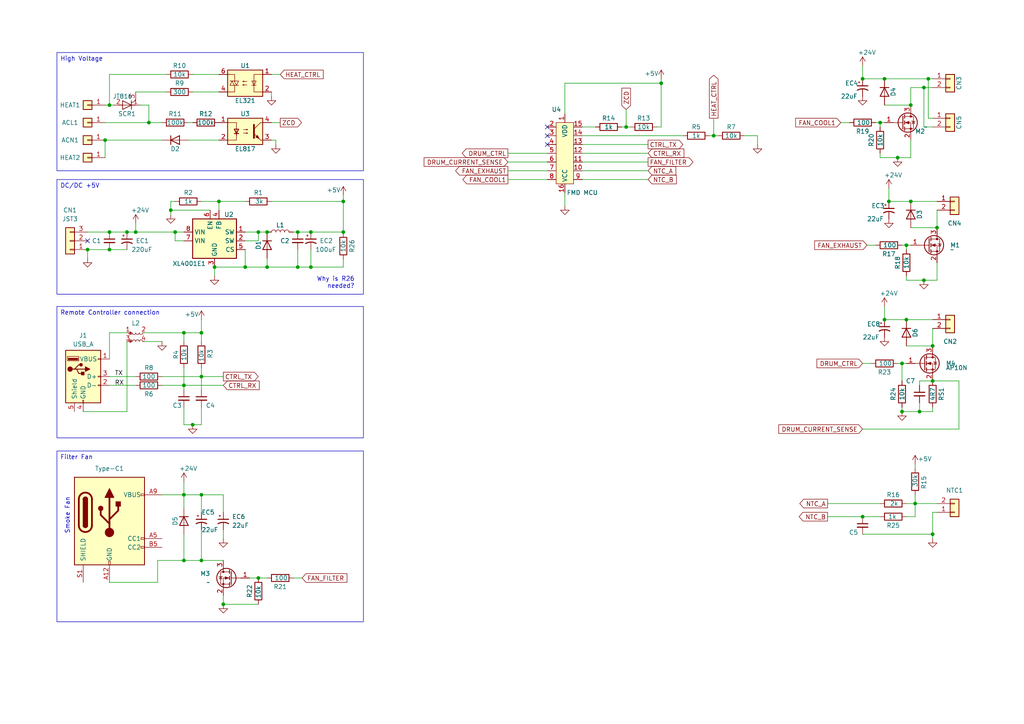
<source format=kicad_sch>
(kicad_sch (version 20231120) (generator "eeschema") (generator_version "8.0")
  (paper "A4")
  (title_block (title "Skywalker Coffee Roaster") (date "2024-01-23") (rev "1"))
  (lib_symbols
    (symbol "Connector:USB_A" (pin_names (offset 1.016))
      (property "Reference" "J" (at -5.08 11.43 0))
      (property "Value" "USB_A" (at -5.08 8.89 0))
      (symbol "USB_A_1_1"
        (pin power_in line (at 7.62 5.08 180) (length 2.54) (name "VBUS") (number "1"))
        (pin bidirectional line (at 7.62 -2.54 180) (length 2.54) (name "D-") (number "2"))
        (pin bidirectional line (at 7.62 0 180) (length 2.54) (name "D+") (number "3"))
        (pin power_in line (at 0 -10.16 90) (length 2.54) (name "GND") (number "4"))
        (pin passive line (at -2.54 -10.16 90) (length 2.54) (name "Shield") (number "5"))
      )
    )
    (symbol "Connector:USB_C_Receptacle_PowerOnly_6P" (pin_names (offset 1.016))
      (property "Reference" "J" (at 0 16.51 0))
      (property "Value" "USB_C_Receptacle_PowerOnly_6P" (at 0 13.97 0))
      (symbol "USB_C_Receptacle_PowerOnly_6P_1_1"
        (pin passive line (at 0 -17.78 90) (length 5.08) (name "GND") (number "A12"))
        (pin bidirectional line (at 15.24 -5.08 180) (length 5.08) (name "CC1") (number "A5"))
        (pin passive line (at 15.24 7.62 180) (length 5.08) (name "VBUS") (number "A9"))
        (pin passive line (at 0 -17.78 90) (length 5.08) hide (name "GND") (number "B12"))
        (pin bidirectional line (at 15.24 -7.62 180) (length 5.08) (name "CC2") (number "B5"))
        (pin passive line (at 15.24 7.62 180) (length 5.08) hide (name "VBUS") (number "B9"))
        (pin passive line (at -7.62 -17.78 90) (length 5.08) (name "SHIELD") (number "S1"))
      )
    )
    (symbol "Connector_Generic:Conn_01x01" (pin_names (offset 1.016) hide)
      (property "Reference" "J" (at 0 2.54 0))
      (property "Value" "Conn_01x01" (at 0 -2.54 0))
      (symbol "Conn_01x01_1_1"
        (pin passive line (at -5.08 0 0) (length 3.81) (name "Pin_1") (number "1"))
      )
    )
    (symbol "Connector_Generic:Conn_01x02" (pin_names (offset 1.016) hide)
      (property "Reference" "J" (at 0 2.54 0))
      (property "Value" "Conn_01x02" (at 0 -5.08 0))
      (symbol "Conn_01x02_1_1"
        (pin passive line (at -5.08 0 0) (length 3.81) (name "Pin_1") (number "1"))
        (pin passive line (at -5.08 -2.54 0) (length 3.81) (name "Pin_2") (number "2"))
      )
    )
    (symbol "Connector_Generic:Conn_01x03" (pin_names (offset 1.016) hide)
      (property "Reference" "J" (at 0 5.08 0))
      (property "Value" "Conn_01x03" (at 0 -5.08 0))
      (symbol "Conn_01x03_1_1"
        (pin passive line (at -5.08 2.54 0) (length 3.81) (name "Pin_1") (number "1"))
        (pin passive line (at -5.08 0 0) (length 3.81) (name "Pin_2") (number "2"))
        (pin passive line (at -5.08 -2.54 0) (length 3.81) (name "Pin_3") (number "3"))
      )
    )
    (symbol "Device:C_Polarized_Small_US" (pin_numbers hide) (pin_names (offset 0.254) hide)
      (property "Reference" "C" (at 0.254 1.778 0))
      (property "Value" "C_Polarized_Small_US" (at 0.254 -2.032 0))
      (symbol "C_Polarized_Small_US_1_1"
        (pin passive line (at 0 2.54 270) (length 2.032) (name "~") (number "1"))
        (pin passive line (at 0 -2.54 90) (length 2.032) (name "~") (number "2"))
      )
    )
    (symbol "Device:C_Small" (pin_numbers hide) (pin_names (offset 0.254) hide)
      (property "Reference" "C" (at 0.254 1.778 0))
      (property "Value" "C_Small" (at 0.254 -2.032 0))
      (symbol "C_Small_1_1"
        (pin passive line (at 0 2.54 270) (length 2.032) (name "~") (number "1"))
        (pin passive line (at 0 -2.54 90) (length 2.032) (name "~") (number "2"))
      )
    )
    (symbol "Device:L" (pin_numbers hide) (pin_names (offset 1.016) hide)
      (property "Reference" "L" (at -1.27 0 90))
      (property "Value" "L" (at 1.905 0 90))
      (symbol "L_1_1"
        (pin passive line (at 0 3.81 270) (length 1.27) (name "1") (number "1"))
        (pin passive line (at 0 -3.81 90) (length 1.27) (name "2") (number "2"))
      )
    )
    (symbol "Device:L_Coupled_Small" (pin_names (offset 0.254) hide)
      (property "Reference" "L" (at 0 3.175 0))
      (property "Value" "L_Coupled_Small" (at 0 -3.175 0))
      (symbol "L_Coupled_Small_1_1"
        (pin passive line (at -2.54 1.27 0) (length 0.508) (name "1") (number "1"))
        (pin passive line (at 2.54 1.27 180) (length 0.508) (name "2") (number "2"))
        (pin passive line (at -2.54 -1.27 0) (length 0.508) (name "3") (number "3"))
        (pin passive line (at 2.54 -1.27 180) (length 0.508) (name "4") (number "4"))
      )
    )
    (symbol "Device:R" (pin_numbers hide) (pin_names (offset 0))
      (property "Reference" "R" (at 2.032 0 90))
      (property "Value" "R" (at 0 0 90))
      (symbol "R_1_1"
        (pin passive line (at 0 3.81 270) (length 1.27) (name "~") (number "1"))
        (pin passive line (at 0 -3.81 90) (length 1.27) (name "~") (number "2"))
      )
    )
    (symbol "Diode:1N4006" (pin_numbers hide) (pin_names hide)
      (property "Reference" "D" (at 0 2.54 0))
      (property "Value" "1N4006" (at 0 -2.54 0))
      (symbol "1N4006_1_1"
        (pin passive line (at -3.81 0 0) (length 2.54) (name "K") (number "1"))
        (pin passive line (at 3.81 0 180) (length 2.54) (name "A") (number "2"))
      )
    )
    (symbol "Isolator:SFH617A-3X017T" (pin_names (offset 1.016))
      (property "Reference" "U" (at -5.08 6.35 0))
      (property "Value" "SFH617A-3X017T" (at -5.08 -6.35 0))
      (symbol "SFH617A-3X017T_1_1"
        (pin passive line (at -7.62 2.54 0) (length 2.54) (name "~") (number "1"))
        (pin passive line (at -7.62 -2.54 0) (length 2.54) (name "~") (number "2"))
        (pin passive line (at 7.62 -2.54 180) (length 2.54) (name "~") (number "3"))
        (pin passive line (at 7.62 2.54 180) (length 2.54) (name "~") (number "4"))
      )
    )
    (symbol "Skywalker roaster lib:El321" (pin_names (offset 0.762))
      (property "Reference" "U1" (at 0 8.89 0))
      (property "Value" "EL321" (at 0 6.35 0))
      (symbol "El321_1_1"
        (pin passive line (at -7.62 2.54 0) (length 2.54) (name "~") (number "1"))
        (pin passive line (at -7.62 -2.54 0) (length 2.54) (name "~") (number "2"))
        (pin passive line (at 7.62 -2.54 180) (length 2.54) (name "~") (number "4"))
        (pin passive line (at 7.62 2.54 180) (length 2.54) (name "~") (number "6"))
      )
    )
    (symbol "Skywalker roaster lib:FMD_MCU"
      (property "Reference" "U" (at -3.81 12.7 0))
      (symbol "FMD_MCU_0_0"
        (pin power_in line (at 0 11.43 270) (length 2.54) (name "VDD") (number "1"))
        (pin bidirectional line (at 5.08 -5.08 180) (length 2.54) (name "") (number "10"))
        (pin bidirectional line (at 5.08 -2.54 180) (length 2.54) (name "") (number "11"))
        (pin bidirectional line (at 5.08 0 180) (length 2.54) (name "") (number "12"))
        (pin bidirectional line (at 5.08 2.54 180) (length 2.54) (name "") (number "13"))
        (pin bidirectional line (at 5.08 5.08 180) (length 2.54) (name "") (number "14"))
        (pin bidirectional line (at 5.08 7.62 180) (length 2.54) (name "") (number "15"))
        (pin power_in line (at 0 -11.43 90) (length 2.54) (name "VCC") (number "16"))
        (pin bidirectional line (at -5.08 7.62 0) (length 2.54) (name "") (number "2"))
        (pin bidirectional line (at -5.08 5.08 0) (length 2.54) (name "") (number "3"))
        (pin bidirectional line (at -5.08 2.54 0) (length 2.54) (name "") (number "4"))
        (pin bidirectional line (at -5.08 0 0) (length 2.54) (name "") (number "5"))
        (pin bidirectional line (at -5.08 -2.54 0) (length 2.54) (name "") (number "6"))
        (pin bidirectional line (at -5.08 -5.08 0) (length 2.54) (name "") (number "7"))
        (pin bidirectional line (at -5.08 -7.62 0) (length 2.54) (name "") (number "8"))
        (pin bidirectional line (at 5.08 -7.62 180) (length 2.54) (name "") (number "9"))
      )
    )
    (symbol "Skywalker roaster lib:XL4001"
      (property "Reference" "U" (at -5.08 10.16 0))
      (property "Value" "XL4001E1" (at 6.35 -7.62 0))
      (symbol "XL4001_0_0"
        (pin power_out line (at 8.89 1.27 180) (length 2.54) (name "SW") (number "1"))
        (pin power_out line (at 8.89 -1.27 180) (length 2.54) (name "SW") (number "2"))
        (pin power_in line (at 0 -8.89 90) (length 2.54) (name "GND") (number "3"))
        (pin input line (at 1.27 7.62 270) (length 2.54) (name "FB") (number "4"))
        (pin input line (at 8.89 -3.81 180) (length 2.54) (name "CS") (number "5"))
        (pin input line (at -1.27 7.62 270) (length 2.54) (name "EN") (number "6"))
        (pin power_in line (at -8.89 -1.27 0) (length 2.54) (name "VIN") (number "7"))
        (pin power_in line (at -8.89 1.27 0) (length 2.54) (name "VIN") (number "8"))
      )
    )
    (symbol "Transistor_FET:ZXMN2A01F" (pin_names hide)
      (property "Reference" "Q" (at 5.08 1.905 0))
      (property "Value" "ZXMN2A01F" (at 5.08 0 0))
      (symbol "ZXMN2A01F_1_1"
        (pin input line (at -5.08 0 0) (length 2.54) (name "G") (number "1"))
        (pin passive line (at 2.54 -5.08 90) (length 2.54) (name "S") (number "2"))
        (pin passive line (at 2.54 5.08 270) (length 2.54) (name "D") (number "3"))
      )
    )
    (symbol "Triac_Thyristor:TIC106" (pin_names (offset 0) hide)
      (property "Reference" "Q" (at 2.54 1.905 0))
      (property "Value" "TIC106" (at 2.54 0 0))
      (symbol "TIC106_1_1"
        (pin passive line (at 0 -3.81 90) (length 2.54) (name "K") (number "1"))
        (pin passive line (at 0 3.81 270) (length 2.54) (name "A") (number "2"))
        (pin input line (at -3.81 -2.54 0) (length 2.54) (name "G") (number "3"))
      )
    )
    (symbol "power:+24V" (power) (pin_names (offset 0))
      (property "Value" "+24V" (at 0 3.556 0))
      (symbol "+24V_1_1"
        (pin power_in line (at 0 0 90) (length 0) hide (name "+24V") (number "1"))
      )
    )
    (symbol "power:+5V" (power) (pin_names (offset 0))
      (property "Value" "+5V" (at 0 3.556 0))
      (symbol "+5V_1_1"
        (pin power_in line (at 0 0 90) (length 0) hide (name "+5V") (number "1"))
      )
    )
    (symbol "power:GND" (power) (pin_names (offset 0))
      (property "Value" "GND" (at 0 -3.81 0))
      (symbol "GND_1_1"
        (pin power_in line (at 0 0 270) (length 0) hide (name "GND") (number "1"))
      )
    )
  )
  (junction (at 256.54 22.86))
  (junction (at 39.37 67.31))
  (junction (at 49.53 60.96))
  (junction (at 262.89 92.71))
  (junction (at 58.42 162.56))
  (junction (at 257.81 58.42))
  (junction (at 270.51 110.49))
  (junction (at 265.43 146.05))
  (junction (at 86.36 77.47))
  (junction (at 63.5 58.42))
  (junction (at 58.42 96.52))
  (junction (at 55.88 123.19))
  (junction (at 262.89 71.12))
  (junction (at 191.77 24.13))
  (junction (at 266.7 119.38))
  (junction (at 261.62 105.41))
  (junction (at 58.42 109.22))
  (junction (at 99.568 67.31))
  (junction (at 31.75 72.39))
  (junction (at 267.97 25.4))
  (junction (at 207.01 39.37))
  (junction (at 71.12 77.47))
  (junction (at 53.34 162.56))
  (junction (at 25.4 72.39))
  (junction (at 255.27 35.56))
  (junction (at 181.61 36.83))
  (junction (at 77.47 77.47))
  (junction (at 261.62 119.38))
  (junction (at 31.75 30.48))
  (junction (at 53.34 96.52))
  (junction (at 86.36 67.31))
  (junction (at 30.48 40.64))
  (junction (at 31.75 67.31))
  (junction (at 271.78 66.04))
  (junction (at 250.19 149.86))
  (junction (at 250.19 22.86))
  (junction (at 256.54 92.71))
  (junction (at 74.93 167.64))
  (junction (at 50.8 67.31))
  (junction (at 269.24 22.86))
  (junction (at 53.34 111.76))
  (junction (at 64.77 175.26))
  (junction (at 90.17 77.47))
  (junction (at 53.34 143.51))
  (junction (at 74.93 67.31))
  (junction (at 270.51 154.94))
  (junction (at 264.16 30.48))
  (junction (at 43.18 35.56))
  (junction (at 264.16 58.42))
  (junction (at 270.51 100.33))
  (junction (at 267.97 81.28))
  (junction (at 62.23 77.47))
  (junction (at 260.35 45.72))
  (junction (at 90.17 67.31))
  (junction (at 36.83 67.31))
  (junction (at 77.47 67.31))
  (junction (at 58.42 143.51))
  (junction (at 99.568 58.42))
  (no_connect (at 158.75 41.91))
  (no_connect (at 158.75 36.83))
  (no_connect (at 25.4 69.85))
  (no_connect (at 158.75 39.37))
  (wire (pts (xy 260.35 45.72) (xy 264.16 45.72)))
  (wire (pts (xy 53.34 118.11) (xy 53.34 123.19)))
  (wire (pts (xy 64.77 148.59) (xy 64.77 143.51)))
  (wire (pts (xy 266.7 119.38) (xy 261.62 119.38)))
  (wire (pts (xy 269.24 22.86) (xy 269.24 34.29)))
  (wire (pts (xy 264.16 25.4) (xy 264.16 30.48)))
  (wire (pts (xy 163.83 55.88) (xy 163.83 59.69)))
  (wire (pts (xy 271.78 148.59) (xy 270.51 148.59)))
  (wire (pts (xy 99.568 56.642) (xy 99.568 58.42)))
  (wire (pts (xy 78.74 26.67) (xy 78.74 27.94)))
  (wire (pts (xy 265.43 149.86) (xy 265.43 146.05)))
  (wire (pts (xy 181.61 31.75) (xy 181.61 36.83)))
  (wire (pts (xy 255.27 146.05) (xy 240.03 146.05)))
  (wire (pts (xy 49.53 60.96) (xy 49.53 62.23)))
  (wire (pts (xy 49.53 58.42) (xy 50.8 58.42)))
  (wire (pts (xy 260.35 105.41) (xy 261.62 105.41)))
  (wire (pts (xy 58.42 162.56) (xy 64.77 162.56)))
  (wire (pts (xy 270.51 34.29) (xy 269.24 34.29)))
  (wire (pts (xy 255.27 45.72) (xy 260.35 45.72)))
  (wire (pts (xy 58.42 58.42) (xy 63.5 58.42)))
  (wire (pts (xy 191.77 22.86) (xy 191.77 24.13)))
  (wire (pts (xy 147.32 49.53) (xy 158.75 49.53)))
  (wire (pts (xy 254 35.56) (xy 255.27 35.56)))
  (wire (pts (xy 30.48 35.56) (xy 43.18 35.56)))
  (wire (pts (xy 278.13 124.46) (xy 250.19 124.46)))
  (wire (pts (xy 205.74 39.37) (xy 207.01 39.37)))
  (wire (pts (xy 168.91 41.91) (xy 187.96 41.91)))
  (wire (pts (xy 99.568 75.184) (xy 99.568 77.47)))
  (wire (pts (xy 255.27 35.56) (xy 256.54 35.56)))
  (wire (pts (xy 30.48 30.48) (xy 31.75 30.48)))
  (wire (pts (xy 265.43 146.05) (xy 262.89 146.05)))
  (wire (pts (xy 266.7 116.84) (xy 266.7 119.38)))
  (wire (pts (xy 64.77 153.67) (xy 64.77 156.21)))
  (wire (pts (xy 269.24 22.86) (xy 270.51 22.86)))
  (wire (pts (xy 58.42 153.67) (xy 58.42 162.56)))
  (wire (pts (xy 270.51 118.11) (xy 270.51 119.38)))
  (wire (pts (xy 25.4 72.39) (xy 31.75 72.39)))
  (wire (pts (xy 74.93 67.31) (xy 71.12 67.31)))
  (wire (pts (xy 270.51 154.94) (xy 270.51 156.21)))
  (wire (pts (xy 265.43 143.51) (xy 265.43 146.05)))
  (wire (pts (xy 86.36 72.39) (xy 86.36 77.47)))
  (wire (pts (xy 267.97 36.83) (xy 267.97 25.4)))
  (wire (pts (xy 262.89 149.86) (xy 265.43 149.86)))
  (wire (pts (xy 77.47 77.47) (xy 71.12 77.47)))
  (wire (pts (xy 31.75 67.31) (xy 36.83 67.31)))
  (wire (pts (xy 53.34 111.76) (xy 53.34 113.03)))
  (wire (pts (xy 264.16 25.4) (xy 267.97 25.4)))
  (wire (pts (xy 74.93 67.31) (xy 77.47 67.31)))
  (wire (pts (xy 25.4 72.39) (xy 25.4 74.93)))
  (wire (pts (xy 64.77 172.72) (xy 64.77 175.26)))
  (wire (pts (xy 215.9 39.37) (xy 219.71 39.37)))
  (wire (pts (xy 53.34 162.56) (xy 53.34 154.94)))
  (wire (pts (xy 31.75 30.48) (xy 33.02 30.48)))
  (wire (pts (xy 58.42 109.22) (xy 58.42 113.03)))
  (wire (pts (xy 262.89 71.12) (xy 262.89 72.39)))
  (wire (pts (xy 270.51 148.59) (xy 270.51 154.94)))
  (wire (pts (xy 31.75 96.52) (xy 31.75 104.14)))
  (wire (pts (xy 41.91 96.52) (xy 53.34 96.52)))
  (wire (pts (xy 99.568 58.42) (xy 99.568 67.31)))
  (wire (pts (xy 262.89 71.12) (xy 264.16 71.12)))
  (wire (pts (xy 270.51 119.38) (xy 266.7 119.38)))
  (wire (pts (xy 90.17 77.47) (xy 99.568 77.47)))
  (wire (pts (xy 62.23 77.47) (xy 71.12 77.47)))
  (wire (pts (xy 39.37 26.67) (xy 48.26 26.67)))
  (wire (pts (xy 80.01 40.64) (xy 80.01 41.91)))
  (wire (pts (xy 271.78 60.96) (xy 271.78 66.04)))
  (wire (pts (xy 60.96 60.96) (xy 49.53 60.96)))
  (wire (pts (xy 207.01 34.29) (xy 207.01 39.37)))
  (wire (pts (xy 74.93 167.64) (xy 77.47 167.64)))
  (wire (pts (xy 250.19 22.86) (xy 256.54 22.86)))
  (wire (pts (xy 58.42 96.52) (xy 58.42 99.06)))
  (wire (pts (xy 256.54 22.86) (xy 269.24 22.86)))
  (wire (pts (xy 255.27 149.86) (xy 250.19 149.86)))
  (wire (pts (xy 36.83 99.06) (xy 36.83 119.38)))
  (wire (pts (xy 30.48 40.64) (xy 46.99 40.64)))
  (wire (pts (xy 250.19 154.94) (xy 270.51 154.94)))
  (wire (pts (xy 53.34 69.85) (xy 50.8 69.85)))
  (wire (pts (xy 78.74 35.56) (xy 81.28 35.56)))
  (wire (pts (xy 58.42 123.19) (xy 55.88 123.19)))
  (wire (pts (xy 78.74 58.42) (xy 99.568 58.42)))
  (wire (pts (xy 49.53 58.42) (xy 49.53 60.96)))
  (wire (pts (xy 168.91 36.83) (xy 172.72 36.83)))
  (wire (pts (xy 53.34 143.51) (xy 53.34 147.32)))
  (wire (pts (xy 30.48 40.64) (xy 30.48 45.72)))
  (wire (pts (xy 270.51 110.49) (xy 278.13 110.49)))
  (wire (pts (xy 181.61 36.83) (xy 182.88 36.83)))
  (wire (pts (xy 39.37 67.31) (xy 36.83 67.31)))
  (wire (pts (xy 251.46 71.12) (xy 254 71.12)))
  (wire (pts (xy 64.77 175.26) (xy 74.93 175.26)))
  (wire (pts (xy 77.47 74.93) (xy 77.47 77.47)))
  (wire (pts (xy 250.19 149.86) (xy 240.03 149.86)))
  (wire (pts (xy 191.77 24.13) (xy 191.77 36.83)))
  (wire (pts (xy 36.83 119.38) (xy 24.13 119.38)))
  (wire (pts (xy 25.4 67.31) (xy 31.75 67.31)))
  (wire (pts (xy 53.34 143.51) (xy 46.99 143.51)))
  (wire (pts (xy 264.16 58.42) (xy 271.78 58.42)))
  (wire (pts (xy 62.23 77.47) (xy 62.23 80.01)))
  (wire (pts (xy 266.7 111.76) (xy 266.7 110.49)))
  (wire (pts (xy 207.01 39.37) (xy 208.28 39.37)))
  (wire (pts (xy 180.34 36.83) (xy 181.61 36.83)))
  (wire (pts (xy 54.61 40.64) (xy 63.5 40.64)))
  (wire (pts (xy 271.78 81.28) (xy 271.78 76.2)))
  (wire (pts (xy 271.78 146.05) (xy 265.43 146.05)))
  (wire (pts (xy 31.75 21.59) (xy 31.75 30.48)))
  (wire (pts (xy 50.8 67.31) (xy 53.34 67.31)))
  (wire (pts (xy 40.64 30.48) (xy 43.18 30.48)))
  (wire (pts (xy 31.75 72.39) (xy 36.83 72.39)))
  (wire (pts (xy 261.62 118.11) (xy 261.62 119.38)))
  (wire (pts (xy 219.71 39.37) (xy 219.71 41.91)))
  (wire (pts (xy 58.42 143.51) (xy 58.42 148.59)))
  (wire (pts (xy 53.34 162.56) (xy 45.72 162.56)))
  (wire (pts (xy 48.26 21.59) (xy 31.75 21.59)))
  (wire (pts (xy 53.34 139.7) (xy 53.34 143.51)))
  (wire (pts (xy 262.89 92.71) (xy 270.51 92.71)))
  (wire (pts (xy 78.74 40.64) (xy 80.01 40.64)))
  (wire (pts (xy 147.32 46.99) (xy 158.75 46.99)))
  (wire (pts (xy 99.568 67.31) (xy 99.568 67.564)))
  (wire (pts (xy 58.42 92.71) (xy 58.42 96.52)))
  (wire (pts (xy 71.12 69.85) (xy 74.93 69.85)))
  (wire (pts (xy 266.7 110.49) (xy 270.51 110.49)))
  (wire (pts (xy 270.51 95.25) (xy 270.51 100.33)))
  (wire (pts (xy 46.99 111.76) (xy 53.34 111.76)))
  (wire (pts (xy 168.91 39.37) (xy 198.12 39.37)))
  (wire (pts (xy 163.83 24.13) (xy 191.77 24.13)))
  (wire (pts (xy 85.09 67.31) (xy 86.36 67.31)))
  (wire (pts (xy 58.42 106.68) (xy 58.42 109.22)))
  (wire (pts (xy 250.19 105.41) (xy 252.73 105.41)))
  (wire (pts (xy 168.91 52.07) (xy 187.96 52.07)))
  (wire (pts (xy 31.75 96.52) (xy 36.83 96.52)))
  (wire (pts (xy 255.27 35.56) (xy 255.27 36.83)))
  (wire (pts (xy 256.54 30.48) (xy 264.16 30.48)))
  (wire (pts (xy 77.47 77.47) (xy 86.36 77.47)))
  (wire (pts (xy 58.42 118.11) (xy 58.42 123.19)))
  (wire (pts (xy 55.88 26.67) (xy 63.5 26.67)))
  (wire (pts (xy 250.19 19.05) (xy 250.19 22.86)))
  (wire (pts (xy 265.43 134.62) (xy 265.43 135.89)))
  (wire (pts (xy 168.91 46.99) (xy 187.96 46.99)))
  (wire (pts (xy 262.89 80.01) (xy 262.89 81.28)))
  (wire (pts (xy 39.37 67.31) (xy 50.8 67.31)))
  (wire (pts (xy 39.37 64.77) (xy 39.37 67.31)))
  (wire (pts (xy 261.62 71.12) (xy 262.89 71.12)))
  (wire (pts (xy 168.91 49.53) (xy 187.96 49.53)))
  (wire (pts (xy 53.34 96.52) (xy 58.42 96.52)))
  (wire (pts (xy 86.36 77.47) (xy 90.17 77.47)))
  (wire (pts (xy 50.8 69.85) (xy 50.8 67.31)))
  (wire (pts (xy 53.34 106.68) (xy 53.34 111.76)))
  (wire (pts (xy 256.54 88.9) (xy 256.54 92.71)))
  (wire (pts (xy 257.81 58.42) (xy 264.16 58.42)))
  (wire (pts (xy 78.74 21.59) (xy 81.28 21.59)))
  (wire (pts (xy 45.72 168.91) (xy 31.75 168.91)))
  (wire (pts (xy 43.18 30.48) (xy 43.18 35.56)))
  (wire (pts (xy 267.97 25.4) (xy 270.51 25.4)))
  (wire (pts (xy 45.72 162.56) (xy 45.72 168.91)))
  (wire (pts (xy 270.51 36.83) (xy 267.97 36.83)))
  (wire (pts (xy 64.77 143.51) (xy 58.42 143.51)))
  (wire (pts (xy 86.36 67.31) (xy 90.17 67.31)))
  (wire (pts (xy 58.42 143.51) (xy 53.34 143.51)))
  (wire (pts (xy 278.13 110.49) (xy 278.13 124.46)))
  (wire (pts (xy 63.5 58.42) (xy 71.12 58.42)))
  (wire (pts (xy 90.17 72.39) (xy 90.17 77.47)))
  (wire (pts (xy 53.34 123.19) (xy 55.88 123.19)))
  (wire (pts (xy 53.34 96.52) (xy 53.34 99.06)))
  (wire (pts (xy 262.89 100.33) (xy 270.51 100.33)))
  (wire (pts (xy 147.32 44.45) (xy 158.75 44.45)))
  (wire (pts (xy 63.5 58.42) (xy 63.5 60.96)))
  (wire (pts (xy 267.97 81.28) (xy 271.78 81.28)))
  (wire (pts (xy 43.18 35.56) (xy 46.99 35.56)))
  (wire (pts (xy 243.84 35.56) (xy 246.38 35.56)))
  (wire (pts (xy 262.89 81.28) (xy 267.97 81.28)))
  (wire (pts (xy 264.16 45.72) (xy 264.16 40.64)))
  (wire (pts (xy 190.5 36.83) (xy 191.77 36.83)))
  (wire (pts (xy 261.62 105.41) (xy 261.62 110.49)))
  (wire (pts (xy 256.54 92.71) (xy 262.89 92.71)))
  (wire (pts (xy 46.99 109.22) (xy 58.42 109.22)))
  (wire (pts (xy 72.39 167.64) (xy 74.93 167.64)))
  (wire (pts (xy 261.62 105.41) (xy 262.89 105.41)))
  (wire (pts (xy 90.17 67.31) (xy 99.568 67.31)))
  (wire (pts (xy 255.27 44.45) (xy 255.27 45.72)))
  (wire (pts (xy 85.09 167.64) (xy 87.63 167.64)))
  (wire (pts (xy 74.93 69.85) (xy 74.93 67.31)))
  (wire (pts (xy 31.75 111.76) (xy 39.37 111.76)))
  (wire (pts (xy 147.32 52.07) (xy 158.75 52.07)))
  (wire (pts (xy 31.75 109.22) (xy 39.37 109.22)))
  (wire (pts (xy 71.12 72.39) (xy 71.12 77.47)))
  (wire (pts (xy 257.81 54.61) (xy 257.81 58.42)))
  (wire (pts (xy 53.34 162.56) (xy 58.42 162.56)))
  (wire (pts (xy 53.34 111.76) (xy 64.77 111.76)))
  (wire (pts (xy 55.88 21.59) (xy 63.5 21.59)))
  (wire (pts (xy 41.91 99.06) (xy 46.99 99.06)))
  (wire (pts (xy 163.83 33.02) (xy 163.83 24.13)))
  (wire (pts (xy 168.91 44.45) (xy 187.96 44.45)))
  (wire (pts (xy 264.16 66.04) (xy 271.78 66.04)))
  (wire (pts (xy 58.42 109.22) (xy 64.77 109.22)))
  (wire (pts (xy 54.61 35.56) (xy 55.88 35.56)))
  (text_box "Filter Fan\n" (at 16.51 130.81 0) (size 88.9 49.53) (effects (font (size 1.27 1.27)) (justify left top)))
  (text_box "DC/DC +5V\n" (at 16.51 52.07 0) (size 88.9 33.274) (effects (font (size 1.27 1.27)) (justify left top)))
  (text_box "High Voltage\n" (at 16.51 15.24 0) (size 88.9 34.29) (effects (font (size 1.27 1.27)) (justify left top)))
  (text_box "Remote Controller connection\n" (at 16.51 88.9 0) (size 88.9 38.1) (effects (font (size 1.27 1.27)) (justify left top)))
  (text "Why is R26\nneeded?\n" (at 102.87 83.82 0) (effects (font (size 1.27 1.27)) (justify right bottom)))
  (text "Smoke Fan\n" (at 20.32 154.94 90) (effects (font (size 1.27 1.27)) (justify left bottom)))
  (label "TX" (at 33.274 109.22 0))
  (label "RX" (at 33.274 112.014 0))
  (global_label "ZCD" (shape input) (at 181.61 31.75 90) (property "Intersheetrefs" "${INTERSHEET_REFS}" (effects (hide yes))))
  (global_label "NTC_A" (shape output) (at 240.03 146.05 180) (property "Intersheetrefs" "${INTERSHEET_REFS}" (effects (hide yes))))
  (global_label "HEAT_CTRL" (shape output) (at 207.01 34.29 90) (property "Intersheetrefs" "${INTERSHEET_REFS}" (effects (hide yes))))
  (global_label "DRUM_CURRENT_SENSE" (shape input) (at 147.32 46.99 180) (property "Intersheetrefs" "${INTERSHEET_REFS}" (effects (hide yes))))
  (global_label "FAN_FILTER" (shape input) (at 87.63 167.64 0) (property "Intersheetrefs" "${INTERSHEET_REFS}" (effects (hide yes))))
  (global_label "FAN_COOL1" (shape output) (at 147.32 52.07 180) (property "Intersheetrefs" "${INTERSHEET_REFS}" (effects (hide yes))))
  (global_label "FAN_FILTER" (shape output) (at 187.96 46.99 0) (property "Intersheetrefs" "${INTERSHEET_REFS}" (effects (hide yes))))
  (global_label "NTC_B" (shape input) (at 187.96 52.07 0) (property "Intersheetrefs" "${INTERSHEET_REFS}" (effects (hide yes))))
  (global_label "FAN_EXHAUST" (shape input) (at 251.46 71.12 180) (property "Intersheetrefs" "${INTERSHEET_REFS}" (effects (hide yes))))
  (global_label "DRUM_CURRENT_SENSE" (shape input) (at 250.19 124.46 180) (property "Intersheetrefs" "${INTERSHEET_REFS}" (effects (hide yes))))
  (global_label "DRUM_CTRL" (shape input) (at 250.19 105.41 180) (property "Intersheetrefs" "${INTERSHEET_REFS}" (effects (hide yes))))
  (global_label "FAN_EXHAUST" (shape output) (at 147.32 49.53 180) (property "Intersheetrefs" "${INTERSHEET_REFS}" (effects (hide yes))))
  (global_label "CTRL_RX" (shape input) (at 64.77 111.76 0) (property "Intersheetrefs" "${INTERSHEET_REFS}" (effects (hide yes))))
  (global_label "CTRL_TX" (shape output) (at 187.96 41.91 0) (property "Intersheetrefs" "${INTERSHEET_REFS}" (effects (hide yes))))
  (global_label "ZCD" (shape output) (at 81.28 35.56 0) (property "Intersheetrefs" "${INTERSHEET_REFS}" (effects (hide yes))))
  (global_label "FAN_COOL1" (shape input) (at 243.84 35.56 180) (property "Intersheetrefs" "${INTERSHEET_REFS}" (effects (hide yes))))
  (global_label "CTRL_TX" (shape output) (at 64.77 109.22 0) (property "Intersheetrefs" "${INTERSHEET_REFS}" (effects (hide yes))))
  (global_label "DRUM_CTRL" (shape output) (at 147.32 44.45 180) (property "Intersheetrefs" "${INTERSHEET_REFS}" (effects (hide yes))))
  (global_label "HEAT_CTRL" (shape input) (at 81.28 21.59 0) (property "Intersheetrefs" "${INTERSHEET_REFS}" (effects (hide yes))))
  (global_label "NTC_B" (shape output) (at 240.03 149.86 180) (property "Intersheetrefs" "${INTERSHEET_REFS}" (effects (hide yes))))
  (global_label "CTRL_RX" (shape input) (at 187.96 44.45 0) (property "Intersheetrefs" "${INTERSHEET_REFS}" (effects (hide yes))))
  (global_label "NTC_A" (shape input) (at 187.96 49.53 0) (property "Intersheetrefs" "${INTERSHEET_REFS}" (effects (hide yes))))
  (symbol (lib_id "power:GND") (at 64.77 175.26 0) (unit 1)
    (property "Reference" "#PWR017" (effects (hide yes)))
    (property "Value" "GND" (effects (hide yes)))
  )
  (symbol (lib_id "Device:R") (at 256.54 105.41 90) (unit 1)
    (property "Reference" "R23" (at 256.54 107.95 90))
    (property "Value" "100" (at 256.794 105.41 90))
    (property "Footprint" "Resistor_SMD:R_1206_3216Metric" (effects (hide yes)))
  )
  (symbol (lib_id "power:GND") (at 256.54 97.79 0) (unit 1)
    (property "Reference" "#PWR026" (effects (hide yes)))
    (property "Value" "GND" (effects (hide yes)))
  )
  (symbol (lib_id "Triac_Thyristor:TIC106") (at 36.83 30.48 90) (mirror x) (unit 1)
    (property "Reference" "SCR1" (at 36.83 33.02 90))
    (property "Value" "JT816" (at 35.56 27.94 90))
    (property "Footprint" "Package_TO_SOT_THT:TO-220-3_Vertical" (effects (hide yes)))
    (property "Datasheet" "https://datasheetspdf.com/datasheet/JCT816A.html" (effects (hide yes)))
  )
  (symbol (lib_id "Device:C_Polarized_Small_US") (at 90.17 69.85 0) (unit 1)
    (property "Reference" "EC2" (at 92.71 69.85 0) (effects (justify left)))
    (property "Value" "100uF" (at 91.44 72.39 0) (effects (justify left)))
  )
  (symbol (lib_id "Skywalker roaster lib:FMD_MCU") (at 163.83 44.45 0) (unit 1)
    (property "Reference" "U4" (at 160.02 31.75 0) (effects (justify left)))
    (property "Value" "FMD MCU" (at 168.91 55.88 0))
  )
  (symbol (lib_id "Device:R") (at 265.43 139.7 0) (mirror x) (unit 1)
    (property "Reference" "R15" (at 267.97 139.954 90))
    (property "Value" "30k" (at 265.43 139.446 90))
    (property "Footprint" "Resistor_SMD:R_1206_3216Metric" (effects (hide yes)))
  )
  (symbol (lib_id "Device:R") (at 52.07 21.59 90) (unit 1)
    (property "Reference" "R10" (at 52.07 19.05 90))
    (property "Value" "10k" (at 52.07 21.59 90))
    (property "Footprint" "Resistor_SMD:R_1206_3216Metric" (effects (hide yes)))
  )
  (symbol (lib_id "Diode:1N4006") (at 262.89 96.52 270) (unit 1)
    (property "Reference" "D6" (at 265.43 96.52 0))
    (property "Sim.Device" "D" (effects (hide yes)))
    (property "Sim.Pins" "1=K 2=A" (effects (hide yes)))
  )
  (symbol (lib_id "power:GND") (at 49.53 62.23 0) (unit 1)
    (property "Reference" "#PWR06" (effects (hide yes)))
    (property "Value" "GND" (effects (hide yes)))
  )
  (symbol (lib_id "power:+24V") (at 256.54 88.9 0) (unit 1)
    (property "Reference" "#PWR025" (effects (hide yes)))
    (property "Value" "+24V" (at 257.81 85.09 0))
  )
  (symbol (lib_id "power:GND") (at 64.77 156.21 0) (unit 1)
    (property "Reference" "#PWR015" (effects (hide yes)))
    (property "Value" "GND" (effects (hide yes)))
  )
  (symbol (lib_id "Connector_Generic:Conn_01x02") (at 275.59 34.29 0) (unit 1)
    (property "Reference" "CN5" (at 278.13 35.56 90))
    (property "Value" "Conn_01x02" (effects (hide yes)))
  )
  (symbol (lib_id "power:GND") (at 270.51 156.21 0) (mirror y) (unit 1)
    (property "Reference" "#PWR012" (effects (hide yes)))
    (property "Value" "GND" (effects (hide yes)))
  )
  (symbol (lib_id "Connector_Generic:Conn_01x01") (at 25.4 30.48 180) (unit 1)
    (property "Reference" "HEAT1" (at 20.32 30.48 0))
    (property "Value" "Spade Conn" (effects (hide yes)))
  )
  (symbol (lib_id "Connector_Generic:Conn_01x03") (at 20.32 69.85 180) (unit 1)
    (property "Reference" "CN1" (at 20.32 60.96 0))
    (property "Value" "JST3" (at 20.32 63.5 0))
  )
  (symbol (lib_id "power:GND") (at 260.35 45.72 0) (unit 1)
    (property "Reference" "#PWR020" (effects (hide yes)))
    (property "Value" "GND" (effects (hide yes)))
  )
  (symbol (lib_id "Connector_Generic:Conn_01x02") (at 276.86 58.42 0) (unit 1)
    (property "Reference" "CN4" (at 276.86 64.77 0))
    (property "Value" "Conn_01x02" (effects (hide yes)))
  )
  (symbol (lib_id "Device:L") (at 81.28 67.31 90) (unit 1)
    (property "Reference" "L1" (at 81.28 65.278 90))
    (property "Value" "L" (effects (hide yes)))
  )
  (symbol (lib_id "power:GND") (at 250.19 27.94 0) (unit 1)
    (property "Reference" "#PWR019" (effects (hide yes)))
    (property "Value" "GND" (effects (hide yes)))
  )
  (symbol (lib_id "Device:R") (at 250.19 35.56 90) (unit 1)
    (property "Reference" "R19" (at 250.19 38.1 90))
    (property "Value" "100" (at 250.444 35.56 90))
    (property "Footprint" "Resistor_SMD:R_1206_3216Metric" (effects (hide yes)))
  )
  (symbol (lib_id "Connector_Generic:Conn_01x02") (at 275.59 22.86 0) (unit 1)
    (property "Reference" "CN3" (at 278.13 24.13 90))
    (property "Value" "Conn_01x02" (effects (hide yes)))
  )
  (symbol (lib_id "Device:R") (at 74.93 58.42 90) (unit 1)
    (property "Reference" "R1" (at 74.93 55.88 90))
    (property "Value" "3k" (at 75.184 58.42 90))
    (property "Footprint" "Resistor_SMD:R_1206_3216Metric" (effects (hide yes)))
  )
  (symbol (lib_id "power:GND") (at 78.74 27.94 0) (unit 1)
    (property "Reference" "#PWR02" (effects (hide yes)))
    (property "Value" "GND" (effects (hide yes)))
  )
  (symbol (lib_id "Connector_Generic:Conn_01x01") (at 25.4 40.64 180) (unit 1)
    (property "Reference" "ACN1" (at 20.32 40.64 0))
    (property "Value" "Spade Conn" (effects (hide yes)))
  )
  (symbol (lib_id "Device:R") (at 176.53 36.83 90) (unit 1)
    (property "Reference" "R14" (at 176.53 34.29 90))
    (property "Value" "1k" (at 176.53 36.83 90))
    (property "Footprint" "Resistor_SMD:R_1206_3216Metric" (effects (hide yes)))
  )
  (symbol (lib_id "Isolator:SFH617A-3X017T") (at 71.12 38.1 0) (unit 1)
    (property "Reference" "U3" (at 71.12 33.02 0))
    (property "Value" "EL817" (at 71.12 43.18 0))
    (property "Footprint" "Package_DIP:SMDIP-4_W9.53mm_Clearance8mm" (effects (hide yes)))
    (property "Datasheet" "https://www.mouser.com/datasheet/2/143/EVER_S_A0008471837_1-2548735.pdf" (effects (hide yes)))
  )
  (symbol (lib_id "Device:R") (at 50.8 35.56 90) (unit 1)
    (property "Reference" "R11" (at 50.8 33.02 90))
    (property "Value" "100k" (at 50.8 35.56 90))
    (property "Footprint" "Resistor_SMD:R_1206_3216Metric" (effects (hide yes)))
  )
  (symbol (lib_id "Device:R") (at 59.69 35.56 90) (unit 1)
    (property "Reference" "R12" (at 59.69 33.02 90))
    (property "Value" "100k" (at 59.69 35.56 90))
    (property "Footprint" "Resistor_SMD:R_1206_3216Metric" (effects (hide yes)))
  )
  (symbol (lib_id "Connector_Generic:Conn_01x01") (at 25.4 35.56 180) (unit 1)
    (property "Reference" "ACL1" (at 20.32 35.56 0))
    (property "Value" "Spade Conn" (effects (hide yes)))
  )
  (symbol (lib_id "Device:C_Small") (at 266.7 114.3 0) (mirror y) (unit 1)
    (property "Reference" "C7" (at 265.43 110.49 0) (effects (justify left)))
  )
  (symbol (lib_id "Device:C_Polarized_Small_US") (at 250.19 25.4 0) (unit 1)
    (property "Reference" "EC4" (at 245.11 24.13 0) (effects (justify left)))
    (property "Value" "22uF" (at 243.84 27.94 0) (effects (justify left)))
  )
  (symbol (lib_id "Connector:USB_A") (at 24.13 109.22 0) (unit 1)
    (property "Reference" "J1" (at 24.13 97.282 0))
    (property "Value" "USB_A" (at 24.13 99.822 0))
    (property "Datasheet" " ~" (effects (hide yes)))
  )
  (symbol (lib_id "Device:R") (at 255.27 40.64 0) (unit 1)
    (property "Reference" "R20" (at 252.73 40.64 90))
    (property "Value" "10k" (at 255.27 40.64 90))
    (property "Footprint" "Resistor_SMD:R_1206_3216Metric" (effects (hide yes)))
  )
  (symbol (lib_id "Device:R") (at 262.89 76.2 0) (unit 1)
    (property "Reference" "R18" (at 260.35 76.2 90))
    (property "Value" "10k" (at 262.89 76.2 90))
    (property "Footprint" "Resistor_SMD:R_1206_3216Metric" (effects (hide yes)))
  )
  (symbol (lib_id "Connector_Generic:Conn_01x02") (at 276.86 148.59 0) (mirror x) (unit 1)
    (property "Reference" "NTC1" (at 276.86 142.24 0))
    (property "Value" "Conn_01x02" (effects (hide yes)))
  )
  (symbol (lib_id "power:+5V") (at 99.568 56.642 0) (unit 1)
    (property "Reference" "#PWR07" (effects (hide yes)))
    (property "Value" "+5V" (at 96.774 55.118 0))
  )
  (symbol (lib_id "Device:R") (at 54.61 58.42 90) (unit 1)
    (property "Reference" "R2" (at 54.61 55.88 90))
    (property "Value" "1k" (at 54.61 58.42 90))
    (property "Footprint" "Resistor_SMD:R_1206_3216Metric" (effects (hide yes)))
  )
  (symbol (lib_id "Device:C_Small") (at 86.36 69.85 0) (unit 1)
    (property "Reference" "C2" (at 81.28 69.85 0) (effects (justify left)))
  )
  (symbol (lib_id "Device:C_Small") (at 31.75 69.85 0) (unit 1)
    (property "Reference" "C1" (at 26.67 69.85 0) (effects (justify left)))
  )
  (symbol (lib_id "Device:C_Small") (at 53.34 115.57 0) (unit 1)
    (property "Reference" "C3" (at 50.038 117.602 0) (effects (justify left)))
  )
  (symbol (lib_id "Device:R") (at 58.42 102.87 0) (unit 1)
    (property "Reference" "R3" (at 60.96 102.616 90))
    (property "Value" "10k" (at 58.42 103.124 90))
    (property "Footprint" "Resistor_SMD:R_1206_3216Metric" (effects (hide yes)))
  )
  (symbol (lib_id "power:GND") (at 55.88 123.19 0) (unit 1)
    (property "Reference" "#PWR011" (effects (hide yes)))
    (property "Value" "GND" (effects (hide yes)))
  )
  (symbol (lib_id "Transistor_FET:ZXMN2A01F") (at 269.24 71.12 0) (unit 1)
    (property "Reference" "M1" (at 275.59 71.12 0) (effects (justify left)))
    (property "Value" "~" (at 275.59 72.39 0) (effects (justify left)))
    (property "Footprint" "Package_TO_SOT_SMD:SOT-23" (effects (hide yes)))
    (property "Datasheet" "http://www.diodes.com/assets/Datasheets/ZXMN2A01F.pdf" (effects (hide yes)))
  )
  (symbol (lib_id "Device:R") (at 201.93 39.37 90) (unit 1)
    (property "Reference" "R5" (at 201.93 36.83 90))
    (property "Value" "1k" (at 201.93 39.37 90))
    (property "Footprint" "Resistor_SMD:R_1206_3216Metric" (effects (hide yes)))
  )
  (symbol (lib_id "Transistor_FET:ZXMN2A01F") (at 267.97 105.41 0) (unit 1)
    (property "Reference" "M4" (at 274.32 105.41 0) (effects (justify left)))
    (property "Value" "AP10N" (at 274.32 106.68 0) (effects (justify left)))
    (property "Footprint" "Package_TO_SOT_SMD:SOT-23" (effects (hide yes)))
    (property "Datasheet" "http://www.diodes.com/assets/Datasheets/ZXMN2A01F.pdf" (effects (hide yes)))
  )
  (symbol (lib_id "Device:R") (at 257.81 71.12 90) (unit 1)
    (property "Reference" "R17" (at 257.81 73.66 90))
    (property "Value" "100" (at 258.064 71.12 90))
    (property "Footprint" "Resistor_SMD:R_1206_3216Metric" (effects (hide yes)))
  )
  (symbol (lib_id "power:GND") (at 62.23 80.01 0) (unit 1)
    (property "Reference" "#PWR05" (effects (hide yes)))
    (property "Value" "GND" (effects (hide yes)))
  )
  (symbol (lib_id "Device:R") (at 74.93 171.45 0) (unit 1)
    (property "Reference" "R22" (at 72.39 171.45 90))
    (property "Value" "10k" (at 74.93 171.704 90))
    (property "Footprint" "Resistor_SMD:R_1206_3216Metric" (effects (hide yes)))
  )
  (symbol (lib_id "power:+5V") (at 58.42 92.71 0) (unit 1)
    (property "Reference" "#PWR010" (effects (hide yes)))
    (property "Value" "+5V" (at 55.626 91.186 0))
  )
  (symbol (lib_id "Device:R") (at 261.62 114.3 0) (unit 1)
    (property "Reference" "R24" (at 259.08 114.3 90))
    (property "Value" "10k" (at 261.62 114.3 90))
    (property "Footprint" "Resistor_SMD:R_1206_3216Metric" (effects (hide yes)))
  )
  (symbol (lib_id "Device:C_Polarized_Small_US") (at 58.42 151.13 0) (unit 1)
    (property "Reference" "EC5" (at 58.42 148.59 0) (effects (justify left)))
    (property "Value" "22uF" (at 58.42 153.67 0) (effects (justify left)))
  )
  (symbol (lib_id "Device:R") (at 99.568 71.374 0) (unit 1)
    (property "Reference" "R26" (at 102.108 71.374 90))
    (property "Value" "10k" (at 99.568 71.374 90))
    (property "Footprint" "Resistor_SMD:R_1206_3216Metric" (effects (hide yes)))
  )
  (symbol (lib_id "Connector_Generic:Conn_01x01") (at 25.4 45.72 180) (unit 1)
    (property "Reference" "HEAT2" (at 20.32 45.72 0))
    (property "Value" "Spade Conn" (effects (hide yes)))
  )
  (symbol (lib_id "Device:L_Coupled_Small") (at 39.37 97.79 0) (unit 1)
    (property "Reference" "L2" (at 39.37 93.726 0))
    (property "Value" "L_Coupled_Small" (effects (hide yes)))
  )
  (symbol (lib_id "power:GND") (at 46.99 99.06 0) (unit 1)
    (property "Reference" "#PWR09" (effects (hide yes)))
    (property "Value" "GND" (effects (hide yes)))
  )
  (symbol (lib_id "power:+5V") (at 265.43 134.62 0) (mirror y) (unit 1)
    (property "Reference" "#PWR013" (effects (hide yes)))
    (property "Value" "+5V" (at 268.224 133.096 0))
  )
  (symbol (lib_id "power:GND") (at 261.62 119.38 0) (unit 1)
    (property "Reference" "#PWR027" (effects (hide yes)))
    (property "Value" "GND" (effects (hide yes)))
  )
  (symbol (lib_id "Diode:1N4006") (at 264.16 62.23 270) (unit 1)
    (property "Reference" "D3" (at 266.7 62.23 0))
    (property "Sim.Device" "D" (effects (hide yes)))
    (property "Sim.Pins" "1=K 2=A" (effects (hide yes)))
  )
  (symbol (lib_id "Device:R") (at 186.69 36.83 90) (unit 1)
    (property "Reference" "R13" (at 186.69 34.29 90))
    (property "Value" "10k" (at 186.69 36.83 90))
    (property "Footprint" "Resistor_SMD:R_1206_3216Metric" (effects (hide yes)))
  )
  (symbol (lib_id "Diode:1N4006") (at 53.34 151.13 270) (unit 1)
    (property "Reference" "D5" (at 50.8 151.13 0))
    (property "Sim.Device" "D" (effects (hide yes)))
    (property "Sim.Pins" "1=K 2=A" (effects (hide yes)))
  )
  (symbol (lib_id "power:+24V") (at 250.19 19.05 0) (unit 1)
    (property "Reference" "#PWR018" (effects (hide yes)))
    (property "Value" "+24V" (at 251.46 15.24 0))
  )
  (symbol (lib_id "Device:C_Polarized_Small_US") (at 257.81 60.96 0) (unit 1)
    (property "Reference" "EC3" (at 252.73 59.69 0) (effects (justify left)))
    (property "Value" "22uF" (at 251.46 63.5 0) (effects (justify left)))
  )
  (symbol (lib_id "Transistor_FET:ZXMN2A01F") (at 261.62 35.56 0) (unit 1)
    (property "Reference" "M2" (at 265.43 38.1 0) (effects (justify left)))
    (property "Value" "~" (at 267.97 36.83 0) (effects (justify left)))
    (property "Footprint" "Package_TO_SOT_SMD:SOT-23" (effects (hide yes)))
    (property "Datasheet" "http://www.diodes.com/assets/Datasheets/ZXMN2A01F.pdf" (effects (hide yes)))
  )
  (symbol (lib_id "Skywalker roaster lib:El321") (at 71.12 24.13 0) (mirror y) (unit 1)
    (property "Reference" "U1" (at 71.12 19.05 0))
    (property "Value" "EL321" (at 71.12 29.21 0))
    (property "Datasheet" "https://datasheet.lcsc.com/lcsc/2304140030_Everlight-Elec-EL3021_C115475.pdf" (effects (hide yes)))
  )
  (symbol (lib_id "Diode:1N4006") (at 50.8 40.64 0) (unit 1)
    (property "Reference" "D2" (at 50.8 43.18 0))
    (property "Sim.Device" "D" (effects (hide yes)))
    (property "Sim.Pins" "1=K 2=A" (effects (hide yes)))
  )
  (symbol (lib_id "power:+24V") (at 257.81 54.61 0) (unit 1)
    (property "Reference" "#PWR021" (effects (hide yes)))
    (property "Value" "+24V" (at 259.08 50.8 0))
  )
  (symbol (lib_id "power:GND") (at 267.97 81.28 0) (unit 1)
    (property "Reference" "#PWR023" (effects (hide yes)))
    (property "Value" "GND" (effects (hide yes)))
  )
  (symbol (lib_id "Skywalker roaster lib:XL4001") (at 62.23 68.58 0) (unit 1)
    (property "Reference" "U2" (at 65.024 62.23 0) (effects (justify left)))
    (property "Value" "XL4001E1" (at 50.038 76.454 0) (effects (justify left)))
    (property "Footprint" "Package_SO:SOP-8_3.76x4.96mm_P1.27mm" (effects (hide yes)))
    (property "Datasheet" "https://datasheet.lcsc.com/lcsc/2203291430_XLSEMI-XL4001E1_C2988027.pdf" (effects (hide yes)))
  )
  (symbol (lib_id "Device:R") (at 43.18 109.22 90) (unit 1)
    (property "Reference" "R8" (at 43.18 106.68 90))
    (property "Value" "100" (at 43.18 109.22 90))
    (property "Footprint" "Resistor_SMD:R_1206_3216Metric" (effects (hide yes)))
  )
  (symbol (lib_id "Device:C_Polarized_Small_US") (at 64.77 151.13 0) (unit 1)
    (property "Reference" "EC6" (at 67.31 149.86 0) (effects (justify left)))
    (property "Value" "22uF" (at 67.31 152.4 0) (effects (justify left)))
  )
  (symbol (lib_id "power:GND") (at 163.83 59.69 0) (unit 1)
    (property "Reference" "#PWR014" (effects (hide yes)))
    (property "Value" "GND" (effects (hide yes)))
  )
  (symbol (lib_id "Device:R") (at 212.09 39.37 90) (unit 1)
    (property "Reference" "R7" (at 212.09 36.83 90))
    (property "Value" "10k" (at 212.09 39.37 90))
    (property "Footprint" "Resistor_SMD:R_1206_3216Metric" (effects (hide yes)))
  )
  (symbol (lib_id "Device:R") (at 270.51 114.3 0) (unit 1)
    (property "Reference" "RS1" (at 273.05 114.3 90))
    (property "Value" "4R7" (at 270.51 114.3 90))
    (property "Footprint" "Resistor_SMD:R_1206_3216Metric" (effects (hide yes)))
  )
  (symbol (lib_id "Diode:1N4006") (at 77.47 71.12 270) (unit 1)
    (property "Reference" "D1" (at 74.93 71.12 0))
    (property "Sim.Device" "D" (effects (hide yes)))
    (property "Sim.Pins" "1=K 2=A" (effects (hide yes)))
  )
  (symbol (lib_id "Device:R") (at 53.34 102.87 0) (unit 1)
    (property "Reference" "R4" (at 51.054 102.87 90))
    (property "Value" "10k" (at 53.34 102.87 90))
    (property "Footprint" "Resistor_SMD:R_1206_3216Metric" (effects (hide yes)))
  )
  (symbol (lib_id "power:+5V") (at 191.77 22.86 0) (unit 1)
    (property "Reference" "#PWR08" (effects (hide yes)))
    (property "Value" "+5V" (at 188.976 21.336 0))
  )
  (symbol (lib_id "power:+24V") (at 53.34 139.7 0) (unit 1)
    (property "Reference" "#PWR016" (effects (hide yes)))
    (property "Value" "+24V" (at 54.61 135.89 0))
  )
  (symbol (lib_id "Device:R") (at 259.08 149.86 270) (mirror x) (unit 1)
    (property "Reference" "R25" (at 259.08 152.4 90))
    (property "Value" "1k" (at 258.826 149.86 90))
    (property "Footprint" "Resistor_SMD:R_1206_3216Metric" (effects (hide yes)))
  )
  (symbol (lib_id "Device:C_Polarized_Small_US") (at 256.54 95.25 0) (unit 1)
    (property "Reference" "EC8" (at 251.46 93.98 0) (effects (justify left)))
    (property "Value" "22uF" (at 250.19 97.79 0) (effects (justify left)))
  )
  (symbol (lib_id "Device:C_Small") (at 58.42 115.57 0) (unit 1)
    (property "Reference" "C4" (at 59.69 117.602 0) (effects (justify left)))
  )
  (symbol (lib_id "Device:R") (at 81.28 167.64 90) (unit 1)
    (property "Reference" "R21" (at 81.28 170.18 90))
    (property "Value" "100" (at 81.534 167.64 90))
    (property "Footprint" "Resistor_SMD:R_1206_3216Metric" (effects (hide yes)))
  )
  (symbol (lib_id "power:+24V") (at 39.37 64.77 0) (unit 1)
    (property "Reference" "#PWR04" (effects (hide yes)))
    (property "Value" "+24V" (at 40.64 60.96 0))
  )
  (symbol (lib_id "Device:R") (at 52.07 26.67 90) (unit 1)
    (property "Reference" "R9" (at 52.07 24.13 90))
    (property "Value" "300" (at 52.07 26.67 90))
    (property "Footprint" "Resistor_SMD:R_1206_3216Metric" (effects (hide yes)))
  )
  (symbol (lib_id "Device:C_Small") (at 250.19 152.4 0) (mirror y) (unit 1)
    (property "Reference" "C5" (at 248.92 154.432 0) (effects (justify left)))
  )
  (symbol (lib_id "Connector_Generic:Conn_01x02") (at 275.59 92.71 0) (unit 1)
    (property "Reference" "CN2" (at 275.59 99.06 0))
    (property "Value" "Conn_01x02" (effects (hide yes)))
  )
  (symbol (lib_id "power:GND") (at 80.01 41.91 0) (unit 1)
    (property "Reference" "#PWR01" (effects (hide yes)))
    (property "Value" "GND" (effects (hide yes)))
  )
  (symbol (lib_id "Transistor_FET:ZXMN2A01F") (at 67.31 167.64 0) (mirror y) (unit 1)
    (property "Reference" "M3" (at 60.96 166.37 0) (effects (justify left)))
    (property "Value" "~" (at 60.96 168.91 0) (effects (justify left)))
    (property "Footprint" "Package_TO_SOT_SMD:SOT-23" (effects (hide yes)))
    (property "Datasheet" "http://www.diodes.com/assets/Datasheets/ZXMN2A01F.pdf" (effects (hide yes)))
  )
  (symbol (lib_id "power:GND") (at 219.71 41.91 0) (unit 1)
    (property "Reference" "#PWR024" (effects (hide yes)))
    (property "Value" "GND" (effects (hide yes)))
  )
  (symbol (lib_id "Device:R") (at 43.18 111.76 90) (unit 1)
    (property "Reference" "R6" (at 43.18 114.3 90))
    (property "Value" "100" (at 43.18 111.76 90))
    (property "Footprint" "Resistor_SMD:R_1206_3216Metric" (effects (hide yes)))
  )
  (symbol (lib_id "Device:R") (at 259.08 146.05 90) (mirror x) (unit 1)
    (property "Reference" "R16" (at 259.08 143.51 90))
    (property "Value" "2k" (at 259.334 146.05 90))
    (property "Footprint" "Resistor_SMD:R_1206_3216Metric" (effects (hide yes)))
  )
  (symbol (lib_id "Connector:USB_C_Receptacle_PowerOnly_6P") (at 31.75 151.13 0) (unit 1)
    (property "Reference" "Type-C1" (at 31.75 135.89 0))
    (property "Value" "USB_C_Receptacle_PowerOnly_6P" (effects (hide yes)))
    (property "Datasheet" "https://www.usb.org/sites/default/files/documents/usb_type-c.zip" (effects (hide yes)))
  )
  (symbol (lib_id "Diode:1N4006") (at 256.54 26.67 270) (unit 1)
    (property "Reference" "D4" (at 259.08 26.67 0))
    (property "Sim.Device" "D" (effects (hide yes)))
    (property "Sim.Pins" "1=K 2=A" (effects (hide yes)))
  )
  (symbol (lib_id "Device:C_Polarized_Small_US") (at 36.83 69.85 0) (unit 1)
    (property "Reference" "EC1" (at 39.37 69.85 0) (effects (justify left)))
    (property "Value" "220uF" (at 38.1 72.39 0) (effects (justify left)))
  )
  (symbol (lib_id "power:GND") (at 257.81 63.5 0) (unit 1)
    (property "Reference" "#PWR022" (effects (hide yes)))
    (property "Value" "GND" (effects (hide yes)))
  )
  (symbol (lib_id "power:GND") (at 25.4 74.93 0) (unit 1)
    (property "Reference" "#PWR03" (effects (hide yes)))
    (property "Value" "GND" (effects (hide yes)))
  )
)
</source>
